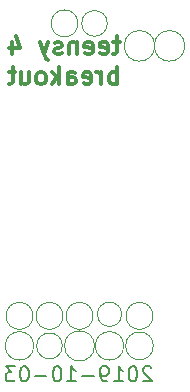
<source format=gbr>
G04 #@! TF.GenerationSoftware,KiCad,Pcbnew,(5.1.4-0-10_14)*
G04 #@! TF.CreationDate,2019-10-03T18:56:30-07:00*
G04 #@! TF.ProjectId,teensy4_header_breakout,7465656e-7379-4345-9f68-65616465725f,rev?*
G04 #@! TF.SameCoordinates,Original*
G04 #@! TF.FileFunction,Legend,Bot*
G04 #@! TF.FilePolarity,Positive*
%FSLAX46Y46*%
G04 Gerber Fmt 4.6, Leading zero omitted, Abs format (unit mm)*
G04 Created by KiCad (PCBNEW (5.1.4-0-10_14)) date 2019-10-03 18:56:30*
%MOMM*%
%LPD*%
G04 APERTURE LIST*
%ADD10C,0.120000*%
%ADD11C,0.203200*%
%ADD12C,0.300000*%
G04 APERTURE END LIST*
D10*
X168935151Y-83820000D02*
G75*
G03X168935151Y-83820000I-1295151J0D01*
G01*
X156144828Y-109220000D02*
G75*
G03X156144828Y-109220000I-1204828J0D01*
G01*
X158565088Y-109220000D02*
G75*
G03X158565088Y-109220000I-1085088J0D01*
G01*
X161290000Y-109220000D02*
G75*
G03X161290000Y-109220000I-1270000J0D01*
G01*
X163764828Y-109220000D02*
G75*
G03X163764828Y-109220000I-1204828J0D01*
G01*
X166270882Y-109220000D02*
G75*
G03X166270882Y-109220000I-1170882J0D01*
G01*
X166243000Y-106680000D02*
G75*
G03X166243000Y-106680000I-1143000J0D01*
G01*
X163583907Y-106553000D02*
G75*
G03X163583907Y-106553000I-1023907J0D01*
G01*
X161163000Y-106680000D02*
G75*
G03X161163000Y-106680000I-1143000J0D01*
G01*
X158623000Y-106680000D02*
G75*
G03X158623000Y-106680000I-1143000J0D01*
G01*
X156083000Y-106680000D02*
G75*
G03X156083000Y-106680000I-1143000J0D01*
G01*
X159885923Y-81915000D02*
G75*
G03X159885923Y-81915000I-1135923J0D01*
G01*
X162375088Y-81915000D02*
G75*
G03X162375088Y-81915000I-1085088J0D01*
G01*
X166395151Y-83820000D02*
G75*
G03X166395151Y-83820000I-1295151J0D01*
G01*
D11*
X166112371Y-111083876D02*
X166051895Y-111023400D01*
X165930942Y-110962923D01*
X165628561Y-110962923D01*
X165507609Y-111023400D01*
X165447133Y-111083876D01*
X165386657Y-111204828D01*
X165386657Y-111325780D01*
X165447133Y-111507209D01*
X166172847Y-112232923D01*
X165386657Y-112232923D01*
X164600466Y-110962923D02*
X164479514Y-110962923D01*
X164358561Y-111023400D01*
X164298085Y-111083876D01*
X164237609Y-111204828D01*
X164177133Y-111446733D01*
X164177133Y-111749114D01*
X164237609Y-111991019D01*
X164298085Y-112111971D01*
X164358561Y-112172447D01*
X164479514Y-112232923D01*
X164600466Y-112232923D01*
X164721419Y-112172447D01*
X164781895Y-112111971D01*
X164842371Y-111991019D01*
X164902847Y-111749114D01*
X164902847Y-111446733D01*
X164842371Y-111204828D01*
X164781895Y-111083876D01*
X164721419Y-111023400D01*
X164600466Y-110962923D01*
X162967609Y-112232923D02*
X163693323Y-112232923D01*
X163330466Y-112232923D02*
X163330466Y-110962923D01*
X163451419Y-111144352D01*
X163572371Y-111265304D01*
X163693323Y-111325780D01*
X162362847Y-112232923D02*
X162120942Y-112232923D01*
X161999990Y-112172447D01*
X161939514Y-112111971D01*
X161818561Y-111930542D01*
X161758085Y-111688638D01*
X161758085Y-111204828D01*
X161818561Y-111083876D01*
X161879038Y-111023400D01*
X161999990Y-110962923D01*
X162241895Y-110962923D01*
X162362847Y-111023400D01*
X162423323Y-111083876D01*
X162483800Y-111204828D01*
X162483800Y-111507209D01*
X162423323Y-111628161D01*
X162362847Y-111688638D01*
X162241895Y-111749114D01*
X161999990Y-111749114D01*
X161879038Y-111688638D01*
X161818561Y-111628161D01*
X161758085Y-111507209D01*
X161213800Y-111749114D02*
X160246180Y-111749114D01*
X158976180Y-112232923D02*
X159701895Y-112232923D01*
X159339038Y-112232923D02*
X159339038Y-110962923D01*
X159459990Y-111144352D01*
X159580942Y-111265304D01*
X159701895Y-111325780D01*
X158189990Y-110962923D02*
X158069038Y-110962923D01*
X157948085Y-111023400D01*
X157887609Y-111083876D01*
X157827133Y-111204828D01*
X157766657Y-111446733D01*
X157766657Y-111749114D01*
X157827133Y-111991019D01*
X157887609Y-112111971D01*
X157948085Y-112172447D01*
X158069038Y-112232923D01*
X158189990Y-112232923D01*
X158310942Y-112172447D01*
X158371419Y-112111971D01*
X158431895Y-111991019D01*
X158492371Y-111749114D01*
X158492371Y-111446733D01*
X158431895Y-111204828D01*
X158371419Y-111083876D01*
X158310942Y-111023400D01*
X158189990Y-110962923D01*
X157222371Y-111749114D02*
X156254752Y-111749114D01*
X155408085Y-110962923D02*
X155287133Y-110962923D01*
X155166180Y-111023400D01*
X155105704Y-111083876D01*
X155045228Y-111204828D01*
X154984752Y-111446733D01*
X154984752Y-111749114D01*
X155045228Y-111991019D01*
X155105704Y-112111971D01*
X155166180Y-112172447D01*
X155287133Y-112232923D01*
X155408085Y-112232923D01*
X155529038Y-112172447D01*
X155589514Y-112111971D01*
X155649990Y-111991019D01*
X155710466Y-111749114D01*
X155710466Y-111446733D01*
X155649990Y-111204828D01*
X155589514Y-111083876D01*
X155529038Y-111023400D01*
X155408085Y-110962923D01*
X154561419Y-110962923D02*
X153775228Y-110962923D01*
X154198561Y-111446733D01*
X154017133Y-111446733D01*
X153896180Y-111507209D01*
X153835704Y-111567685D01*
X153775228Y-111688638D01*
X153775228Y-111991019D01*
X153835704Y-112111971D01*
X153896180Y-112172447D01*
X154017133Y-112232923D01*
X154379990Y-112232923D01*
X154500942Y-112172447D01*
X154561419Y-112111971D01*
D12*
X163438885Y-83518971D02*
X162867457Y-83518971D01*
X163224600Y-83018971D02*
X163224600Y-84304685D01*
X163153171Y-84447542D01*
X163010314Y-84518971D01*
X162867457Y-84518971D01*
X161796028Y-84447542D02*
X161938885Y-84518971D01*
X162224600Y-84518971D01*
X162367457Y-84447542D01*
X162438885Y-84304685D01*
X162438885Y-83733257D01*
X162367457Y-83590400D01*
X162224600Y-83518971D01*
X161938885Y-83518971D01*
X161796028Y-83590400D01*
X161724600Y-83733257D01*
X161724600Y-83876114D01*
X162438885Y-84018971D01*
X160510314Y-84447542D02*
X160653171Y-84518971D01*
X160938885Y-84518971D01*
X161081742Y-84447542D01*
X161153171Y-84304685D01*
X161153171Y-83733257D01*
X161081742Y-83590400D01*
X160938885Y-83518971D01*
X160653171Y-83518971D01*
X160510314Y-83590400D01*
X160438885Y-83733257D01*
X160438885Y-83876114D01*
X161153171Y-84018971D01*
X159796028Y-83518971D02*
X159796028Y-84518971D01*
X159796028Y-83661828D02*
X159724600Y-83590400D01*
X159581742Y-83518971D01*
X159367457Y-83518971D01*
X159224600Y-83590400D01*
X159153171Y-83733257D01*
X159153171Y-84518971D01*
X158510314Y-84447542D02*
X158367457Y-84518971D01*
X158081742Y-84518971D01*
X157938885Y-84447542D01*
X157867457Y-84304685D01*
X157867457Y-84233257D01*
X157938885Y-84090400D01*
X158081742Y-84018971D01*
X158296028Y-84018971D01*
X158438885Y-83947542D01*
X158510314Y-83804685D01*
X158510314Y-83733257D01*
X158438885Y-83590400D01*
X158296028Y-83518971D01*
X158081742Y-83518971D01*
X157938885Y-83590400D01*
X157367457Y-83518971D02*
X157010314Y-84518971D01*
X156653171Y-83518971D02*
X157010314Y-84518971D01*
X157153171Y-84876114D01*
X157224600Y-84947542D01*
X157367457Y-85018971D01*
X154296028Y-83518971D02*
X154296028Y-84518971D01*
X154653171Y-82947542D02*
X155010314Y-84018971D01*
X154081742Y-84018971D01*
X163224600Y-87068971D02*
X163224600Y-85568971D01*
X163224600Y-86140400D02*
X163081742Y-86068971D01*
X162796028Y-86068971D01*
X162653171Y-86140400D01*
X162581742Y-86211828D01*
X162510314Y-86354685D01*
X162510314Y-86783257D01*
X162581742Y-86926114D01*
X162653171Y-86997542D01*
X162796028Y-87068971D01*
X163081742Y-87068971D01*
X163224600Y-86997542D01*
X161867457Y-87068971D02*
X161867457Y-86068971D01*
X161867457Y-86354685D02*
X161796028Y-86211828D01*
X161724600Y-86140400D01*
X161581742Y-86068971D01*
X161438885Y-86068971D01*
X160367457Y-86997542D02*
X160510314Y-87068971D01*
X160796028Y-87068971D01*
X160938885Y-86997542D01*
X161010314Y-86854685D01*
X161010314Y-86283257D01*
X160938885Y-86140400D01*
X160796028Y-86068971D01*
X160510314Y-86068971D01*
X160367457Y-86140400D01*
X160296028Y-86283257D01*
X160296028Y-86426114D01*
X161010314Y-86568971D01*
X159010314Y-87068971D02*
X159010314Y-86283257D01*
X159081742Y-86140400D01*
X159224600Y-86068971D01*
X159510314Y-86068971D01*
X159653171Y-86140400D01*
X159010314Y-86997542D02*
X159153171Y-87068971D01*
X159510314Y-87068971D01*
X159653171Y-86997542D01*
X159724600Y-86854685D01*
X159724600Y-86711828D01*
X159653171Y-86568971D01*
X159510314Y-86497542D01*
X159153171Y-86497542D01*
X159010314Y-86426114D01*
X158296028Y-87068971D02*
X158296028Y-85568971D01*
X158153171Y-86497542D02*
X157724600Y-87068971D01*
X157724600Y-86068971D02*
X158296028Y-86640400D01*
X156867457Y-87068971D02*
X157010314Y-86997542D01*
X157081742Y-86926114D01*
X157153171Y-86783257D01*
X157153171Y-86354685D01*
X157081742Y-86211828D01*
X157010314Y-86140400D01*
X156867457Y-86068971D01*
X156653171Y-86068971D01*
X156510314Y-86140400D01*
X156438885Y-86211828D01*
X156367457Y-86354685D01*
X156367457Y-86783257D01*
X156438885Y-86926114D01*
X156510314Y-86997542D01*
X156653171Y-87068971D01*
X156867457Y-87068971D01*
X155081742Y-86068971D02*
X155081742Y-87068971D01*
X155724600Y-86068971D02*
X155724600Y-86854685D01*
X155653171Y-86997542D01*
X155510314Y-87068971D01*
X155296028Y-87068971D01*
X155153171Y-86997542D01*
X155081742Y-86926114D01*
X154581742Y-86068971D02*
X154010314Y-86068971D01*
X154367457Y-85568971D02*
X154367457Y-86854685D01*
X154296028Y-86997542D01*
X154153171Y-87068971D01*
X154010314Y-87068971D01*
M02*

</source>
